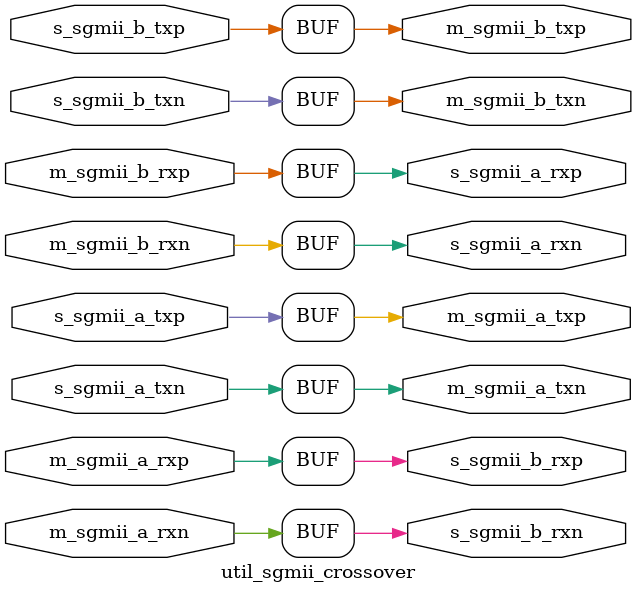
<source format=v>
/*
	This Source Code Form is subject to the terms of the Mozilla Public
	License, v. 2.0. If a copy of the MPL was not distributed with this
	file, You can obtain one at https://mozilla.org/MPL/2.0/.
*/

module util_sgmii_crossover
(
	// S_SGMII_A

	input wire s_sgmii_a_txp,
	input wire s_sgmii_a_txn,
	output wire s_sgmii_a_rxp,
	output wire s_sgmii_a_rxn,

	// S_SGMII_B

	input wire s_sgmii_b_txp,
	input wire s_sgmii_b_txn,
	output wire s_sgmii_b_rxp,
	output wire s_sgmii_b_rxn,

	// M_SGMII_A

	output wire m_sgmii_a_txp,
	output wire m_sgmii_a_txn,
	input wire m_sgmii_a_rxp,
	input wire m_sgmii_a_rxn,

	// M_SGMII_B

	output wire m_sgmii_b_txp,
	output wire m_sgmii_b_txn,
	input wire m_sgmii_b_rxp,
	input wire m_sgmii_b_rxn
);
	assign m_sgmii_a_txp = s_sgmii_a_txp;
	assign m_sgmii_a_txn = s_sgmii_a_txn;
	assign m_sgmii_b_txp = s_sgmii_b_txp;
	assign m_sgmii_b_txn = s_sgmii_b_txn;

	assign s_sgmii_a_rxp = m_sgmii_b_rxp;
	assign s_sgmii_a_rxn = m_sgmii_b_rxn;
	assign s_sgmii_b_rxp = m_sgmii_a_rxp;
	assign s_sgmii_b_rxn = m_sgmii_a_rxn;
endmodule

</source>
